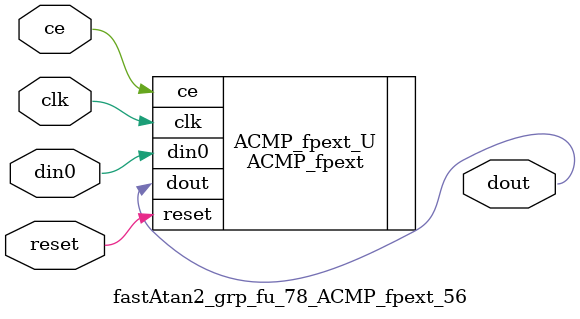
<source format=v>

`timescale 1 ns / 1 ps
module fastAtan2_grp_fu_78_ACMP_fpext_56(
    clk,
    reset,
    ce,
    din0,
    dout);

parameter ID = 32'd1;
parameter NUM_STAGE = 32'd1;
parameter din0_WIDTH = 32'd1;
parameter dout_WIDTH = 32'd1;
input clk;
input reset;
input ce;
input[din0_WIDTH - 1:0] din0;
output[dout_WIDTH - 1:0] dout;



ACMP_fpext #(
.ID( ID ),
.NUM_STAGE( 4 ),
.din0_WIDTH( din0_WIDTH ),
.dout_WIDTH( dout_WIDTH ))
ACMP_fpext_U(
    .clk( clk ),
    .reset( reset ),
    .ce( ce ),
    .din0( din0 ),
    .dout( dout ));

endmodule

</source>
